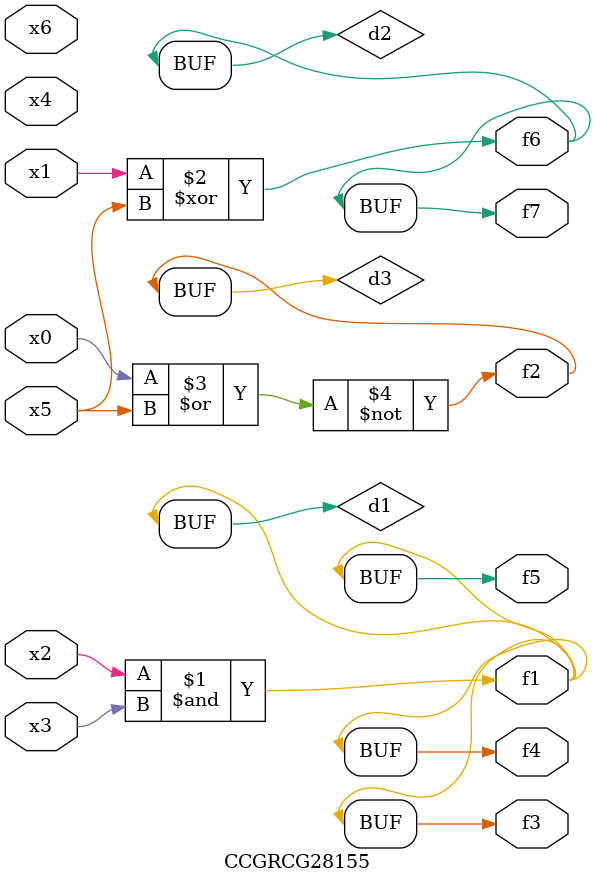
<source format=v>
module CCGRCG28155(
	input x0, x1, x2, x3, x4, x5, x6,
	output f1, f2, f3, f4, f5, f6, f7
);

	wire d1, d2, d3;

	and (d1, x2, x3);
	xor (d2, x1, x5);
	nor (d3, x0, x5);
	assign f1 = d1;
	assign f2 = d3;
	assign f3 = d1;
	assign f4 = d1;
	assign f5 = d1;
	assign f6 = d2;
	assign f7 = d2;
endmodule

</source>
